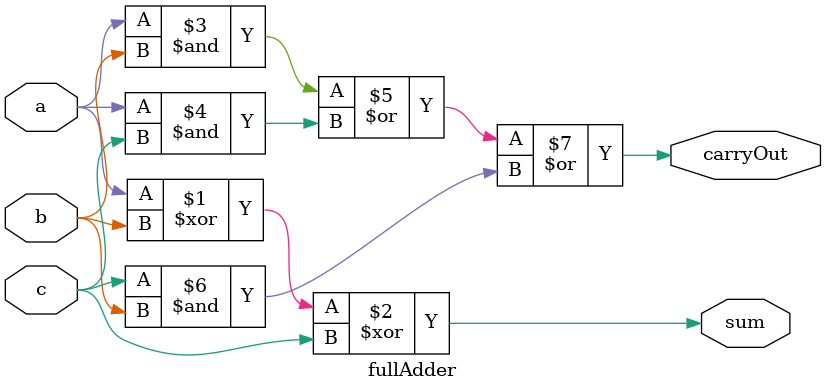
<source format=v>
module fullAdder(
    input a, b, c,
    output sum, carryOut
);
    assign sum = a^b^c;
    assign carryOut = (a&b) | (a&c) | (c&b);

endmodule
</source>
